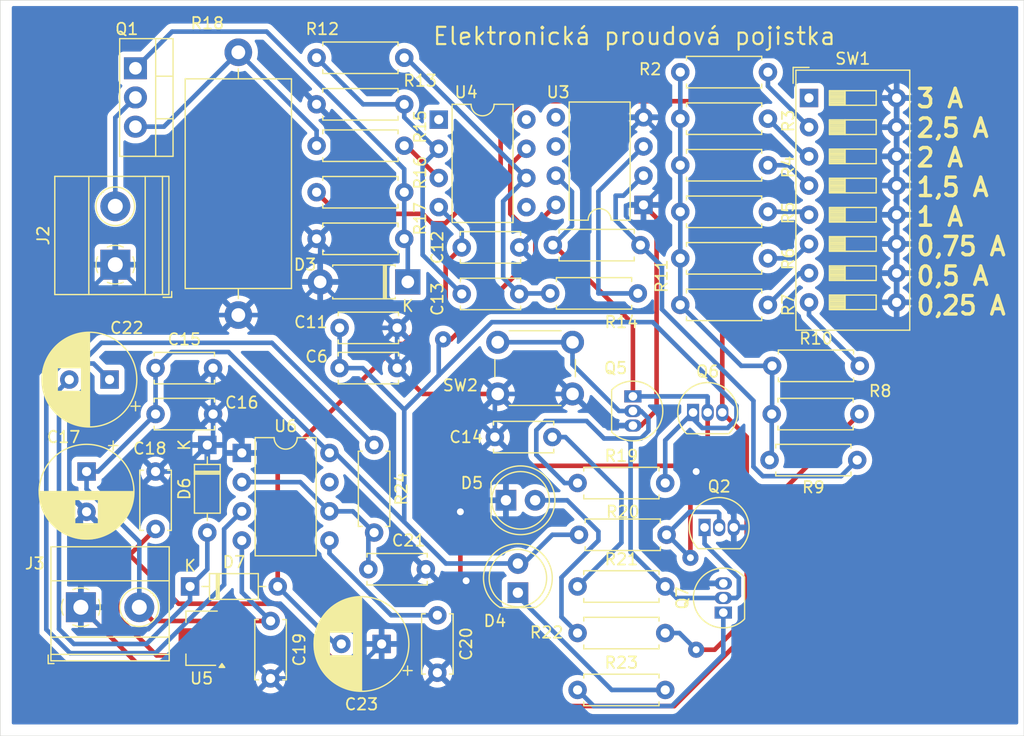
<source format=kicad_pcb>
(kicad_pcb (version 20240108) (generator "pcbnew") (generator_version "8.0")
  (layers (0 "F.Cu" signal) (31 "B.Cu" signal) (34 "B.Paste" user) (35 "F.Paste" user) (36 "B.SilkS" user "B.Silkscreen") (37 "F.SilkS" user "F.Silkscreen") (38 "B.Mask" user) (39 "F.Mask" user) (44 "Edge.Cuts" user))
  (net 0 "")
  (net 1 "GND")
  (net 2 "+12V")
  (net 3 "-10V")
  (net 4 "Net-(U4--)")
  (net 5 "Net-(C13-Pad2)")
  (net 6 "Net-(C14-Pad1)")
  (net 7 "+5V")
  (net 8 "Net-(U6-CV)")
  (net 9 "Net-(U6-THR)")
  (net 10 "Net-(D6-A)")
  (net 11 "Net-(U6-Q)")
  (net 12 "Net-(D3-K)")
  (net 13 "Net-(D4-K)")
  (net 14 "Net-(D5-A)")
  (net 15 "Net-(J2-Pin_2)")
  (net 16 "Net-(Q1-S)")
  (net 17 "Net-(Q2-G)")
  (net 18 "Net-(Q2-D)")
  (net 19 "Net-(Q6-S)")
  (net 20 "Net-(Q7-D)")
  (net 21 "Net-(R2-Pad2)")
  (net 22 "Net-(R10-Pad1)")
  (net 23 "Net-(R3-Pad2)")
  (net 24 "Net-(R4-Pad2)")
  (net 25 "Net-(R5-Pad2)")
  (net 26 "Net-(R6-Pad2)")
  (net 27 "Net-(R7-Pad2)")
  (net 28 "Net-(U3-+)")
  (net 29 "Net-(R10-Pad2)")
  (net 30 "Net-(U3--)")
  (net 31 "Net-(U4-+)")
  (footprint "Resistor_THT:R_Axial_DIN0918_L18.0mm_D9.0mm_P22.86mm_Horizontal" (layer "F.Cu") (at 145.695 113.385 90)
    (property "Reference" "R18")
    (property "Value" "0,1/3 W")
  )
  (footprint "Capacitor_THT:C_Disc_D5.0mm_W2.5mm_P5.00mm" (layer "F.Cu") (at 154.5 114.5)
    (property "Reference" "C11")
    (property "Value" "100n")
  )
  (footprint "Capacitor_THT:CP_Radial_D8.0mm_P3.50mm" (layer "F.Cu") (at 134.5 119 180)
    (property "Reference" "C22")
    (property "Value" "220u/25")
  )
  (footprint "Package_DIP:DIP-8_W7.62mm" (layer "F.Cu") (at 180.92 103.8 180)
    (property "Reference" "U3")
    (property "Value" "LM311")
  )
  (footprint "Resistor_THT:R_Axial_DIN0207_L6.3mm_D2.5mm_P7.62mm_Horizontal" (layer "F.Cu") (at 184.12 96.3)
    (property "Reference" "R3")
    (property "Value" "2k")
  )
  (footprint "Diode_THT:D_DO-41_SOD81_P7.62mm_Horizontal" (layer "F.Cu") (at 160.43 110.5 180)
    (property "Reference" "D3")
    (property "Value" "ZD15V/0,5 W")
  )
  (footprint "Capacitor_THT:C_Disc_D5.0mm_W2.5mm_P5.00mm" (layer "F.Cu") (at 138.5 122)
    (property "Reference" "C16")
    (property "Value" "100n")
  )
  (footprint "TerminalBlock_Phoenix:TerminalBlock_Phoenix_MKDS-1,5-2-5.08_1x02_P5.08mm_Horizontal" (layer "F.Cu") (at 135 109 90)
    (property "Reference" "J2")
    (property "Value" "Pojistka")
  )
  (footprint "Resistor_THT:R_Axial_DIN0207_L6.3mm_D2.5mm_P7.62mm_Horizontal" (layer "F.Cu") (at 199.69 122 180)
    (property "Reference" "R8")
    (property "Value" "1k")
  )
  (footprint "Resistor_THT:R_Axial_DIN0207_L6.3mm_D2.5mm_P7.62mm_Horizontal" (layer "F.Cu") (at 184.12 92.25)
    (property "Reference" "R2")
    (property "Value" "5k1")
  )
  (footprint "Package_TO_SOT_SMD:SOT-89-3" (layer "F.Cu") (at 142.5 141.5 180)
    (property "Reference" "U5")
    (property "Value" "L78L05_SOT89")
  )
  (footprint "Capacitor_THT:C_Disc_D5.0mm_W2.5mm_P5.00mm" (layer "F.Cu") (at 154.5 118)
    (property "Reference" "C6")
    (property "Value" "100n")
  )
  (footprint "Capacitor_THT:C_Disc_D5.0mm_W2.5mm_P5.00mm" (layer "F.Cu") (at 148.5 140 -90)
    (property "Reference" "C19")
    (property "Value" "100n")
  )
  (footprint "Package_TO_SOT_THT:TO-92_Inline" (layer "F.Cu") (at 185.23 121.86)
    (property "Reference" "Q6")
    (property "Value" "BS170")
  )
  (footprint "Capacitor_THT:C_Disc_D5.0mm_W2.5mm_P5.00mm" (layer "F.Cu") (at 157 135.5)
    (property "Reference" "C21")
    (property "Value" "100n")
  )
  (footprint "Resistor_THT:R_Axial_DIN0207_L6.3mm_D2.5mm_P7.62mm_Horizontal" (layer "F.Cu") (at 152.5 106.75)
    (property "Reference" "R17")
    (property "Value" "10k")
  )
  (footprint "Capacitor_THT:C_Disc_D5.0mm_W2.5mm_P5.00mm" (layer "F.Cu") (at 163 139.5 -90)
    (property "Reference" "C20")
    (property "Value" "100n")
  )
  (footprint "Capacitor_THT:C_Disc_D5.0mm_W2.5mm_P5.00mm" (layer "F.Cu") (at 138.5 132 90)
    (property "Reference" "C18")
    (property "Value" "100n")
  )
  (footprint "Resistor_THT:R_Axial_DIN0207_L6.3mm_D2.5mm_P7.62mm_Horizontal" (layer "F.Cu") (at 175.19 141.05)
    (property "Reference" "R22")
    (property "Value" "1k")
  )
  (footprint "Resistor_THT:R_Axial_DIN0207_L6.3mm_D2.5mm_P7.62mm_Horizontal" (layer "F.Cu") (at 184.12 112.5)
    (property "Reference" "R7")
    (property "Value" "200")
  )
  (footprint "Capacitor_THT:C_Disc_D5.0mm_W2.5mm_P5.00mm" (layer "F.Cu") (at 165.12 107.5)
    (property "Reference" "C12")
    (property "Value" "100n")
  )
  (footprint "Button_Switch_THT:SW_PUSH_6mm" (layer "F.Cu") (at 174.75 120.25 180)
    (property "Reference" "SW2")
    (property "Value" "SW_Push")
  )
  (footprint "Resistor_THT:R_Axial_DIN0207_L6.3mm_D2.5mm_P7.62mm_Horizontal" (layer "F.Cu") (at 184.12 104.4)
    (property "Reference" "R5")
    (property "Value" "510")
  )
  (footprint "Resistor_THT:R_Axial_DIN0207_L6.3mm_D2.5mm_P7.62mm_Horizontal" (layer "F.Cu") (at 157.5 124.69 -90)
    (property "Reference" "R24")
    (property "Value" "1k")
  )
  (footprint "Capacitor_THT:CP_Radial_D8.0mm_P3.50mm" (layer "F.Cu") (at 158.152651 142 180)
    (property "Reference" "C23")
    (property "Value" "220u/25")
  )
  (footprint "Diode_THT:D_DO-35_SOD27_P7.62mm_Horizontal" (layer "F.Cu") (at 141.5 137)
    (property "Reference" "D7")
    (property "Value" "1N4148")
  )
  (footprint "Resistor_THT:R_Axial_DIN0207_L6.3mm_D2.5mm_P7.62mm_Horizontal" (layer "F.Cu") (at 175.19 146)
    (property "Reference" "R23")
    (property "Value" "1k")
  )
  (footprint "Resistor_THT:R_Axial_DIN0207_L6.3mm_D2.5mm_P7.62mm_Horizontal" (layer "F.Cu") (at 152.5 95.05)
    (property "Reference" "R13")
    (property "Value" "1k")
  )
  (footprint "Resistor_THT:R_Axial_DIN0207_L6.3mm_D2.5mm_P7.62mm_Horizontal" (layer "F.Cu") (at 184.12 108.45)
    (property "Reference" "R6")
    (property "Value" "330")
  )
  (footprint "Resistor_THT:R_Axial_DIN0207_L6.3mm_D2.5mm_P7.62mm_Horizontal" (layer "F.Cu") (at 152.5 98.65)
    (property "Reference" "R15")
    (property "Value" "1k")
  )
  (footprint "Button_Switch_THT:SW_DIP_SPSTx08_Slide_9.78x22.5mm_W7.62mm_P2.54mm" (layer "F.Cu") (at 195.31 94.5)
    (property "Reference" "SW1")
    (property "Value" "ROZSAH")
  )
  (footprint "LED_THT:LED_D5.0mm" (layer "F.Cu") (at 168.96 129.5)
    (property "Reference" "D5")
    (property "Value" "LEDG")
  )
  (footprint "Package_TO_SOT_THT:TO-220-3_Vertical" (layer "F.Cu") (at 136.75 91.915 -90)
    (property "Reference" "Q1")
    (property "Value" "Q_NMOS_GDS")
  )
  (footprint "Package_DIP:DIP-8_W7.62mm" (layer "F.Cu") (at 163.12 96.38)
    (property "Reference" "U4")
    (property "Value" "OP07")
  )
  (footprint "TerminalBlock_Phoenix:TerminalBlock_Phoenix_MKDS-1,5-2-5.08_1x02_P5.08mm_Horizontal" (layer "F.Cu") (at 132.005 138.805)
    (property "Reference" "J3")
    (property "Value" "Napájení +12V")
  )
  (footprint "Diode_THT:D_DO-35_SOD27_P7.62mm_Horizontal" (layer "F.Cu") (at 143 124.69 -90)
    (property "Reference" "D6")
    (property "Value" "1N4148")
  )
  (footprint "Package_DIP:DIP-8_W7.62mm" (layer "F.Cu") (at 146 125.38)
    (property "Reference" "U6")
    (property "Value" "NE555P")
  )
  (footprint "Capacitor_THT:C_Disc_D5.0mm_W2.5mm_P5.00mm" (layer "F.Cu") (at 138.5 118)
    (property "Reference" "C15")
    (property "Value" "100n")
  )
  (footprint "Resistor_THT:R_Axial_DIN0207_L6.3mm_D2.5mm_P7.62mm_Horizontal" (layer "F.Cu") (at 175.19 137)
    (property "Reference" "R21")
    (property "Value" "200")
  )
  (footprint "Package_TO_SOT_THT:TO-92_Inline" (layer "F.Cu") (at 180 120.46 -90)
    (property "Reference" "Q5")
    (property "Value" "BS170")
  )
  (footprint "LED_THT:LED_D5.0mm" (layer "F.Cu") (at 170 137.54 90)
    (property "Reference" "D4")
    (property "Value" "LEDR")
  )
  (footprint "Package_TO_SOT_THT:TO-92_Inline" (layer "F.Cu") (at 186.23 131.86)
    (property "Reference" "Q2")
    (property "Value" "BS170")
  )
  (footprint "Resistor_THT:R_Axial_DIN0207_L6.3mm_D2.5mm_P7.62mm_Horizontal" (layer "F.Cu") (at 192.105 117.805)
    (property "Reference" "R10")
    (property "Value" "100")
  )
  (footprint "Resistor_THT:R_Axial_DIN0207_L6.3mm_D2.5mm_P7.62mm_Horizontal" (layer "F.Cu") (at 184.12 100.35)
    (property "Reference" "R4")
    (property "Value" "1k")
  )
  (footprint "Resistor_THT:R_Axial_DIN0207_L6.3mm_D2.5mm_P7.62mm_Horizontal" (layer "F.Cu") (at 199.5 126 180)
    (property "Reference" "R9")
    (property "Value" "1k")
  )
  (footprint "Resistor_THT:R_Axial_DIN0207_L6.3mm_D2.5mm_P7.62mm_Horizontal" (layer "F.Cu") (at 172.81 111.5)
    (property "Reference" "R14")
    (property "Value" "1k")
  )
  (footprint "Capacitor_THT:C_Disc_D5.0mm_W2.5mm_P5.00mm" (layer "F.Cu") (at 165.12 111.55)
    (property "Reference" "C13")
    (property "Value" "1u")
  )
  (footprint "Resistor_THT:R_Axial_DIN0207_L6.3mm_D2.5mm_P7.62mm_Horizontal" (layer "F.Cu") (at 152.5 102.7)
    (property "Reference" "R16")
    (property "Value" "100")
  )
  (footprint "Resistor_THT:R_Axial_DIN0207_L6.3mm_D2.5mm_P7.62mm_Horizontal" (layer "F.Cu") (at 152.5 91)
    (property "Reference" "R12")
    (property "Value" "15k")
  )
  (footprint "Capacitor_THT:C_Disc_D5.0mm_W2.5mm_P5.00mm" (layer "F.Cu") (at 173 124 180)
    (property "Reference" "C14")
    (property "Value" "1u")
  )
  (footprint "Resistor_THT:R_Axial_DIN0207_L6.3mm_D2.5mm_P7.62mm_Horizontal" (layer "F.Cu") (at 182.93 132.5 180)
    (property "Reference" "R20")
    (property "Value" "10k")
  )
  (footprint "Resistor_THT:R_Axial_DIN0207_L6.3mm_D2.5mm_P7.62mm_Horizontal" (layer "F.Cu") (at 175.19 128)
    (property "Reference" "R19")
    (property "Value" "10k")
  )
  (footprint "Package_TO_SOT_THT:TO-92_Inline" (layer "F.Cu") (at 187.86 139.27 90)
    (property "Reference" "Q7")
    (property "Value" "BS170")
  )
  (footprint "Capacitor_THT:CP_Radial_D8.0mm_P3.50mm" (layer "F.Cu") (at 132.5 127 -90)
    (property "Reference" "C17")
    (property "Value" "220u/25")
  )
  (footprint "Resistor_THT:R_Axial_DIN0207_L6.3mm_D2.5mm_P7.62mm_Horizontal" (layer "F.Cu") (at 173.04 107.3)
    (property "Reference" "R11")
    (property "Value" "270k")
  )
  (gr_rect (start 125 86) (end 214 150) (stroke (width 0.05)) (fill none) (layer "Edge.Cuts"))
  (gr_text "Elektronická proudová pojistka" (at 162.5 90 0) (layer "F.SilkS") (effects (font (size 1.5 1.5) (thickness 0.1875)) (justify left bottom)))
  (gr_text "3 A\n2,5 A\n2 A\n1,5 A\n1 A\n0,75 A\n0,5 A\n0,25 A" (at 204.5 113.5 0) (layer "F.SilkS") (effects (font (size 1.6 1.55) (thickness 0.3) (bold yes)) (justify left bottom)))
  (segment (start 162 131) (end 163.5 132.5) (width 0.4) (layer "F.Cu") (net 1))
  (segment (start 165 130.5) (end 165 132.5) (width 0.4) (layer "F.Cu") (net 1))
  (segment (start 182.06 121.64) (end 180.7 123) (width 0.4) (layer "F.Cu") (net 1))
  (segment (start 144.3625 141.5) (end 145 141.5) (width 0.4) (layer "F.Cu") (net 1))
  (segment (start 180.7 123) (end 180 123) (width 0.4) (layer "F.Cu") (net 1))
  (segment (start 168.25 120.25) (end 161.75 120.25) (width 0.4) (layer "F.Cu") (net 1))
  (segment (start 185 126.5) (end 164.5 126.5) (width 0.4) (layer "F.Cu") (net 1))
  (segment (start 145.105 141.5) (end 145.7 142.095) (width 0.4) (layer "F.Cu") (net 1))
  (segment (start 180.92 103.8) (end 182.06 104.94) (width 0.4) (layer "F.Cu") (net 1))
  (segment (start 145.7 143.57296) (end 144.77296 144.5) (width 0.4) (layer "F.Cu") (net 1))
  (segment (start 161.75 120.25) (end 159.5 118) (width 0.4) (layer "F.Cu") (net 1))
  (segment (start 165 136) (end 165.5 136.5) (width 0.4) (layer "F.Cu") (net 1))
  (segment (start 144.77296 144.5) (end 137.7 144.5) (width 0.4) (layer "F.Cu") (net 1))
  (segment (start 145 141.5) (end 148.5 145) (width 0.4) (layer "F.Cu") (net 1))
  (segment (start 165 132.5) (end 165 136) (width 0.4) (layer "F.Cu") (net 1))
  (segment (start 182.06 104.94) (end 182.06 121.64) (width 0.4) (layer "F.Cu") (net 1))
  (segment (start 137.7 144.5) (end 132.005 138.805) (width 0.4) (layer "F.Cu") (net 1))
  (segment (start 145.7 142.095) (end 145.7 143.57296) (width 0.4) (layer "F.Cu") (net 1))
  (segment (start 164.5 126.5) (end 162 129) (width 0.4) (layer "F.Cu") (net 1))
  (segment (start 185.5 127) (end 185 126.5) (width 0.4) (layer "F.Cu") (net 1))
  (segment (start 162 129) (end 162 131) (width 0.4) (layer "F.Cu") (net 1))
  (segment (start 144.3625 141.5) (end 145.105 141.5) (width 0.4) (layer "F.Cu") (net 1))
  (segment (start 163.5 132.5) (end 165 132.5) (width 0.4) (layer "F.Cu") (net 1))
  (via (at 185.5 127) (size 1.4) (drill 0.6) (layers "F.Cu" "B.Cu") (net 1))
  (via (at 165.5 136.5) (size 1.4) (drill 0.6) (layers "F.Cu" "B.Cu") (net 1))
  (via (at 165 130.5) (size 1.4) (drill 0.6) (layers "F.Cu" "B.Cu") (net 1))
  (segment (start 164.4 143.1) (end 163 144.5) (width 0.4) (layer "B.Cu") (net 1))
  (segment (start 165.5 136.8) (end 164.4 137.9) (width 0.4) (layer "B.Cu") (net 1))
  (segment (start 146 124.5) (end 143.5 122) (width 0.4) (layer "B.Cu") (net 1))
  (segment (start 166 129.5) (end 165 130.5) (width 0.4) (layer "B.Cu") (net 1))
  (segment (start 152.81 107.06) (end 152.5 106.75) (width 0.4) (layer "B.Cu") (net 1))
  (segment (start 132.005 130.995) (end 132.5 130.5) (width 0.4) (layer "B.Cu") (net 1))
  (segment (start 187.71 129.71) (end 188.77 130.77) (width 0.4) (layer "B.Cu") (net 1))
  (segment (start 151.5 147.5) (end 152 147) (width 0.4) (layer "B.Cu") (net 1))
  (segment (start 182.32 97.58) (end 180.92 96.18) (width 0.4) (layer "B.Cu") (net 1))
  (segment (start 153.9 96.45) (end 152.5 95.05) (width 0.4) (layer "B.Cu") (net 1))
  (segment (start 156.81 114.5) (end 152.81 110.5) (width 0.4) (layer "B.Cu") (net 1))
  (segment (start 152.5 145) (end 155.152651 145) (width 0.4) (layer "B.Cu") (net 1))
  (segment (start 137.872006 140.705) (end 133.905 140.705) (width 0.4) (layer "B.Cu") (net 1))
  (segment (start 159.5 114.5) (end 159.5 118) (width 0.4) (layer "B.Cu") (net 1))
  (segment (start 152.81 110.5) (end 152.81 107.06) (width 0.4) (layer "B.Cu") (net 1))
  (segment (start 148.5 145) (end 152.5 145) (width 0.4) (layer "B.Cu") (net 1))
  (segment (start 168 124) (end 168 120.5) (width 0.4) (layer "B.Cu") (net 1))
  (segment (start 139.385 113.385) (end 135 109) (width 0.4) (layer "B.Cu") (net 1))
  (segment (start 143.5 118) (end 143.5 122) (width 0.4) (layer "B.Cu") (net 1))
  (segment (start 199.28 90.85) (end 202.93 94.5) (width 0.4) (layer "B.Cu") (net 1))
  (segment (start 168.25 120.25) (end 174.75 120.25) (width 0.4) (layer "B.Cu") (net 1))
  (segment (start 168.96 129.5) (end 168.96 124.96) (width 0.4) (layer "B.Cu") (net 1))
  (segment (start 165.5 136.5) (end 165.5 136.8) (width 0.4) (layer "B.Cu") (net 1))
  (segment (start 133.905 140.705) (end 132.005 138.805) (width 0.4) (layer "B.Cu") (net 1))
  (segment (start 187.86 136.73) (end 185.180101 136.73) (width 0.4) (layer "B.Cu") (net 1))
  (segment (start 176.2 106.119899) (end 176.2 100.9) (width 0.4) (layer "B.Cu") (net 1))
  (segment (start 152.5 106.75) (end 153.9 105.35) (width 0.4) (layer "B.Cu") (net 1))
  (segment (start 138.5 127) (end 140.69 127) (width 0.4) (layer "B.Cu") (net 1))
  (segment (start 145.695 113.385) (end 139.385 113.385) (width 0.4) (layer "B.Cu") (net 1))
  (segment (start 181.53 133.079899) (end 181.53 131.920101) (width 0.4) (layer "B.Cu") (net 1))
  (segment (start 135 109) (end 128.2 115.8) (width 0.4) (layer "B.Cu") (net 1))
  (segment (start 202.93 94.5) (end 202.93 112.28) (width 0.4) (layer "B.Cu") (net 1))
  (segment (start 188.77 130.77) (end 188.77 131.86) (width 0.4) (layer "B.Cu") (net 1))
  (segment (start 145.695 113.385) (end 149.925 113.385) (width 0.4) (layer "B.Cu") (net 1))
  (segment (start 153.9 105.35) (end 153.9 96.45) (width 0.4) (layer "B.Cu") (net 1))
  (segment (start 181.53 131.920101) (end 183.740101 129.71) (width 0.4) (layer "B.Cu") (net 1))
  (segment (start 185.180101 136.73) (end 181.53 133.079899) (width 0.4) (layer "B.Cu") (net 1))
  (segment (start 149.925 113.385) (end 152.81 110.5) (width 0.4) (layer "B.Cu") (net 1))
  (segment (start 174.75 120.25) (end 177.5 123) (width 0.4) (layer "B.Cu") (net 1))
  (segment (start 183.540101 90.85) (end 199.28 90.85) (width 0.4) (layer "B.Cu") (net 1))
  (segment (start 128.2 115.8) (end 128.2 142) (width 0.4) (layer "B.Cu") (net 1))
  (segment (start 180.92 93.470101) (end 183.540101 90.85) (width 0.4) (layer "B.Cu") (net 1))
  (segment (start 164.4 137.9) (end 164.4 143.1) (width 0.4) (layer "B.Cu") (net 1))
  (segment (start 138.5 127) (end 139.9 128.4) (width 0.4) (layer "B.Cu") (net 1))
  (segment (start 180.92 103.8) (end 182.32 102.4) (width 0.4) (layer "B.Cu") (net 1))
  (segment (start 173.619899 108.7) (end 176.2 106.119899) (width 0.4) (layer "B.Cu") (net 1))
  (segment (start 152 147) (end 152 145.5) (width 0.4) (layer "B.Cu") (net 1))
  (segment (start 152 145.5) (end 152.5 145) (width 0.4) (layer "B.Cu") (net 1))
  (segment (start 128.2 142) (end 133.7 147.5) (width 0.4) (layer "B.Cu") (net 1))
  (segment (start 183.740101 129.71) (end 185.5 129.71) (width 0.4) (layer "B.Cu") (net 1))
  (segment (start 143.5 122) (end 143.5 124.19) (width 0.4) (layer "B.Cu") (net 1))
  (segment (start 158.152651 142) (end 160.5 142) (width 0.4) (layer "B.Cu") (net 1))
  (segment (start 143.5 124.19) (end 143 124.69) (width 0.4) (layer "B.Cu") (net 1))
  (segment (start 168.96 129.5) (end 166 129.5) (width 0.4) (layer "B.Cu") (net 1))
  (segment (start 140.69 127) (end 143 124.69) (width 0.4) (layer "B.Cu") (net 1))
  (segment (start 162 135.5) (end 164.4 137.9) (width 0.4) (layer "B.Cu") (net 1))
  (segment (start 185.5 129.71) (end 185.5 127) (width 0.4) (layer "B.Cu") (net 1))
  (segment (start 155.152651 145) (end 158.152651 142) (width 0.4) (layer "B.Cu") (net 1))
  (segment (start 176.2 100.9) (end 180.92 96.18) (width 0.4) (layer "B.Cu") (net 1))
  (segment (start 182.32 102.4) (end 182.32 97.58) (width 0.4) (layer "B.Cu") (net 1))
  (segment (start 168.96 124.96) (end 168 124) (width 0.4) (layer "B.Cu") (net 1))
  (segment (start 139.9 138.677006) (end 137.872006 140.705) (width 0.4) (layer "B.Cu") (net 1))
  (segment (start 133.7 147.5) (end 151.5 147.5) (width 0.4) (layer "B.Cu") (net 1))
  (segment (start 171.32 108.7) (end 173.619899 108.7) (width 0.4) (layer "B.Cu") (net 1))
  (segment (start 177.5 123) (end 180 123) (width 0.4) (layer "B.Cu") (net 1))
  (segment (start 160.5 142) (end 163 144.5) (width 0.4) (layer "B.Cu") (net 1))
  (segment (start 132.005 138.805) (end 132.005 130.995) (width 0.4) (layer "B.Cu") (net 1))
  (segment (start 168 120.5) (end 168.25 120.25) (width 0.4) (layer "B.Cu") (net 1))
  (segment (start 180.92 96.18) (end 180.92 93.470101) (width 0.4) (layer "B.Cu") (net 1))
  (segment (start 139.9 128.4) (end 139.9 138.677006) (width 0.4) (layer "B.Cu") (net 1))
  (segment (start 159.5 114.5) (end 156.81 114.5) (width 0.4) (layer "B.Cu") (net 1))
  (segment (start 170.12 107.5) (end 171.32 108.7) (width 0.4) (layer "B.Cu") (net 1))
  (segment (start 185.5 129.71) (end 187.71 129.71) (width 0.4) (layer "B.Cu") (net 1))
  (segment (start 146 125.38) (end 146 124.5) (width 0.4) (layer "B.Cu") (net 1))
  (segment (start 170.260101 105.5) (end 171.52 106.759899) (width 0.4) (layer "F.Cu") (net 2))
  (segment (start 170.260101 105.5) (end 171.6 105.5) (width 0.4) (layer "F.Cu") (net 2))
  (segment (start 138.28 140) (end 137.085 138.805) (width 0.4) (layer "F.Cu") (net 2))
  (segment (start 144.45 140) (end 138.28 140) (width 0.4) (layer "F.Cu") (net 2))
  (segment (start 169.34 104.579899) (end 170.260101 105.5) (width 0.4) (layer "F.Cu") (net 2))
  (segment (start 171.52 106.759899) (end 171.52 108.170101) (width 0.4) (layer "F.Cu") (net 2))
  (segment (start 169.34 100.32) (end 169.34 104.579899) (width 0.4) (layer "F.Cu") (net 2))
  (segment (start 171.6 105.5) (end 173.3 103.8) (width 0.4) (layer "F.Cu") (net 2))
  (segment (start 170.74 98.92) (end 169.34 100.32) (width 0.4) (layer "F.Cu") (net 2))
  (segment (start 144.45 140) (end 148.5 140) (width 0.4) (layer "F.Cu") (net 2))
  (segment (start 171.52 108.170101) (end 164.190101 115.5) (width 0.4) (layer "F.Cu") (net 2))
  (segment (start 164.190101 115.5) (end 163.5 115.5) (width 0.4) (layer "F.Cu") (net 2))
  (via (at 163.5 115.5) (size 1.4) (drill 0.6) (layers "F.Cu" "B.Cu") (net 2))
  (segment (start 189 122.44599) (end 189 121.27401) (width 0.4) (layer "B.Cu") (net 2))
  (segment (start 185.23 121.86) (end 185.23 122.40599) (width 0.4) (layer "B.Cu") (net 2))
  (segment (start 139.9 116.6) (end 138.5 118) (width 0.4) (layer "B.Cu") (net 2))
  (segment (start 154.5 118) (end 154.5 114.5) (width 0.4) (layer "B.Cu") (net 2))
  (segment (start 154.12 125.38) (end 160.12 131.38) (width 0.4) (layer "B.Cu") (net 2))
  (segment (start 156.502742 118) (end 160.12 121.617258) (width 0.4) (layer "B.Cu") (net 2))
  (segment (start 160.12 131.38) (end 163.74 135) (width 0.4) (layer "B.Cu") (net 2))
  (segment (start 137.085 138.805) (end 137.085 133.105101) (width 0.4) (layer "B.Cu") (net 2))
  (segment (start 189 121.27401) (end 181.72599 114) (width 0.4) (layer "B.Cu") (net 2))
  (segment (start 146 137.5) (end 146 133) (width 0.4) (layer "B.Cu") (net 2))
  (segment (start 182.81 128) (end 182.81 124.28) (width 0.4) (layer "B.Cu") (net 2))
  (segment (start 148.5 140) (end 146 137.5) (width 0.4) (layer "B.Cu") (net 2))
  (segment (start 163.74 135) (end 170 135) (width 0.4) (layer "B.Cu") (net 2))
  (segment (start 181.72599 114) (end 167.737258 114) (width 0.4) (layer "B.Cu") (net 2))
  (segment (start 163.118629 115.881371) (end 163.118629 118.618629) (width 0.4) (layer "B.Cu") (net 2))
  (segment (start 137.085 133.105101) (end 132.5 128.520101) (width 0.4) (layer "B.Cu") (net 2))
  (segment (start 163.118629 118.618629) (end 160.12 121.617258) (width 0.4) (layer "B.Cu") (net 2))
  (segment (start 170.5 135) (end 173 132.5) (width 0.4) (layer "B.Cu") (net 2))
  (segment (start 138.5 122) (end 138.5 118) (width 0.4) (layer "B.Cu") (net 2))
  (segment (start 133.5 127) (end 138.5 122) (width 0.4) (layer "B.Cu") (net 2))
  (segment (start 170 135) (end 170.5 135) (width 0.4) (layer "B.Cu") (net 2))
  (segment (start 153.62 125.38) (end 154.12 125.38) (width 0.4) (layer "B.Cu") (net 2))
  (segment (start 182.81 124.28) (end 185.23 121.86) (width 0.4) (layer "B.Cu") (net 2))
  (segment (start 163.5 115.5) (end 163.118629 115.881371) (width 0.4) (layer "B.Cu") (net 2))
  (segment (start 188.23599 123.21) (end 189 122.44599) (width 0.4) (layer "B.Cu") (net 2))
  (segment (start 185.23 122.40599) (end 186.03401 123.21) (width 0.4) (layer "B.Cu") (net 2))
  (segment (start 160.12 121.617258) (end 160.12 131.38) (width 0.4) (layer "B.Cu") (net 2))
  (segment (start 144.84 116.6) (end 139.9 116.6) (width 0.4) (layer "B.Cu") (net 2))
  (segment (start 173 132.5) (end 175.31 132.5) (width 0.4) (layer "B.Cu") (net 2))
  (segment (start 186.03401 123.21) (end 188.23599 123.21) (width 0.4) (layer "B.Cu") (net 2))
  (segment (start 153.62 125.38) (end 144.84 116.6) (width 0.4) (layer "B.Cu") (net 2))
  (segment (start 167.737258 114) (end 163.118629 118.618629) (width 0.4) (layer "B.Cu") (net 2))
  (segment (start 132.5 127) (end 133.5 127) (width 0.4) (layer "B.Cu") (net 2))
  (segment (start 154.5 118) (end 156.502742 118) (width 0.4) (layer "B.Cu") (net 2))
  (segment (start 132.5 128.520101) (end 132.5 127) (width 0.4) (layer "B.Cu") (net 2))
  (segment (start 165.12 107.5) (end 163.72 108.9) (width 0.4) (layer "F.Cu") (net 3))
  (segment (start 159.6 115.9) (end 149.12 126.38) (width 0.4) (layer "F.Cu") (net 3))
  (segment (start 163.72 108.9) (end 163.72 112.259899) (width 0.4) (layer "F.Cu") (net 3))
  (segment (start 160.079899 115.9) (end 159.6 115.9) (width 0.4) (layer "F.Cu") (net 3))
  (segment (start 163.72 112.259899) (end 160.079899 115.9) (width 0.4) (layer "F.Cu") (net 3))
  (segment (start 149.12 126.38) (end 149.12 137) (width 0.4) (layer "F.Cu") (net 3))
  (segment (start 165.12 106) (end 163.12 104) (width 0.4) (layer "B.Cu") (net 3))
  (segment (start 149.12 137) (end 154.12 142) (width 0.4) (layer "B.Cu") (net 3))
  (segment (start 154.12 142) (end 154.652651 142) (width 0.4) (layer "B.Cu") (net 3))
  (segment (start 165.12 107.5) (end 165.12 106) (width 0.4) (layer "B.Cu") (net 3))
  (segment (start 165.12 111.55) (end 161.72 108.15) (width 0.4) (layer "B.Cu") (net 4))
  (segment (start 161.72 100.32) (end 163.12 98.92) (width 0.4) (layer "B.Cu") (net 4))
  (segment (start 161.72 108.15) (end 161.72 100.32) (width 0.4) (layer "B.Cu") (net 4))
  (segment (start 160.12 96.18) (end 160.12 95.05) (width 0.4) (layer "B.Cu") (net 4))
  (segment (start 163.12 98.92) (end 162.86 98.92) (width 0.4) (layer "B.Cu") (net 4))
  (segment (start 162.86 98.92) (end 160.12 96.18) (width 0.4) (layer "B.Cu") (net 4))
  (segment (start 160.12 95.05) (end 156.55 95.05) (width 0.4) (layer "B.Cu") (net 4))
  (segment (start 156.55 95.05) (end 152.5 91) (width 0.4) (layer "B.Cu") (net 4))
  (segment (start 168.72 103.48) (end 170.74 101.46) (width 0.4) (layer "B.Cu") (net 5))
  (segment (start 170.17 111.5) (end 170.12 111.55) (width 0.4) (layer "B.Cu") (net 5))
  (segment (start 160.28 91) (end 160.12 91) (width 0.4) (layer "B.Cu") (net 5))
  (segment (start 170.12 111.55) (end 168.72 110.15) (width 0.4) (layer "B.Cu") (net 5))
  (segment (start 168.72 110.15) (end 168.72 103.48) (width 0.4) (layer "B.Cu") (net 5))
  (segment (start 172.81 111.5) (end 170.17 111.5) (width 0.4) (layer "B.Cu") (net 5))
  (segment (start 170.74 101.46) (end 160.28 91) (width 0.4) (layer "B.Cu") (net 5))
  (segment (start 179 128.86863) (end 174.13137 124) (width 0.4) (layer "B.Cu") (net 6))
  (segment (start 179 133.19) (end 179 128.86863) (width 0.4) (layer "B.Cu") (net 6))
  (segment (start 174.13137 124) (end 173 124) (width 0.4) (layer "B.Cu") (net 6))
  (segment (start 175.19 137) (end 179 133.19) (width 0.4) (layer "B.Cu") (net 6))
  (segment (start 144.45 143) (end 138.592994 143) (width 0.4) (layer "F.Cu") (net 7))
  (segment (start 140.5 138.5) (end 136.25 134.25) (width 0.4) (layer "F.Cu") (net 7))
  (segment (start 190.695 140.305) (end 183.6 147.4) (width 0.4) (layer "F.Cu") (net 7))
  (segment (start 183.6 147.4) (end 158 147.4) (width 0.4) (layer "F.Cu") (net 7))
  (segment (start 135.185 135.315) (end 136.25 134.25) (width 0.4) (layer "F.Cu") (net 7))
  (segment (start 199.69 122) (end 190.695 130.995) (width 0.4) (layer "F.Cu") (net 7))
  (segment (start 190.695 130.995) (end 190.695 140.305) (width 0.4) (layer "F.Cu") (net 7))
  (segment (start 138.592994 143) (end 135.185 139.592006) (width 0.4) (layer "F.Cu") (net 7))
  (segment (start 158 147.4) (end 149.1 138.5) (width 0.4) (layer "F.Cu") (net 7))
  (segment (start 135.185 139.592006) (end 135.185 135.315) (width 0.4) (layer "F.Cu") (net 7))
  (segment (start 136.25 134.25) (end 138.5 132) (width 0.4) (layer "F.Cu") (net 7))
  (segment (start 149.1 138.5) (end 140.5 138.5) (width 0.4) (layer "F.Cu") (net 7))
  (segment (start 153.62 133) (end 153.62 134.13137) (width 0.4) (layer "B.Cu") (net 8))
  (segment (start 153.62 134.13137) (end 158.98863 139.5) (width 0.4) (layer "B.Cu") (net 8))
  (segment (start 158.98863 139.5) (end 163 139.5) (width 0.4) (layer "B.Cu") (net 8))
  (segment (start 157 132.81) (end 157.5 132.31) (width 0.4) (layer "B.Cu") (net 9))
  (segment (start 157 135.5) (end 157 132.81) (width 0.4) (layer "B.Cu") (net 9))
  (segment (start 146 127.92) (end 151.08 127.92) (width 0.4) (layer "B.Cu") (net 9))
  (segment (start 153.62 130.46) (end 155.65 130.46) (width 0.4) (layer "B.Cu") (net 9))
  (segment (start 151.08 127.92) (end 153.62 130.46) (width 0.4) (layer "B.Cu") (net 9))
  (segment (start 155.65 130.46) (end 157.5 132.31) (width 0.4) (layer "B.Cu") (net 9))
  (segment (start 143 135.5) (end 141.5 137) (width 0.4) (layer "B.Cu") (net 10))
  (segment (start 130.105 140.705) (end 131.4 142) (width 0.4) (layer "B.Cu") (net 10))
  (segment (start 141.5 138.208377) (end 141.5 137) (width 0.4) (layer "B.Cu") (net 10))
  (segment (start 131 119) (end 130.105 119.895) (width 0.4) (layer "B.Cu") (net 10))
  (segment (start 143 132.31) (end 143 135.5) (width 0.4) (layer "B.Cu") (net 10))
  (segment (start 130.105 119.895) (end 130.105 140.705) (width 0.4) (layer "B.Cu") (net 10))
  (segment (start 137.708377 142) (end 141.5 138.208377) (width 0.4) (layer "B.Cu") (net 10))
  (segment (start 131.4 142) (end 137.708377 142) (width 0.4) (layer "B.Cu") (net 10))
  (segment (start 148.61 115.8) (end 133.8 115.8) (width 0.4) (layer "B.Cu") (net 11))
  (segment (start 144.46 132) (end 144.46 136.84) (width 0.4) (layer "B.Cu") (net 11))
  (segment (start 129 119.020101) (end 130.420101 117.6) (width 0.4) (layer "B.Cu") (net 11))
  (segment (start 146 130.46) (end 144.46 132) (width 0.4) (layer "B.Cu") (net 11))
  (segment (start 132 117.6) (end 133.1 117.6) (width 0.4) (layer "B.Cu") (net 11))
  (segment (start 133.8 115.8) (end 132 117.6) (width 0.4) (layer "B.Cu") (net 11))
  (segment (start 130.420101 117.6) (end 132 117.6) (width 0.4) (layer "B.Cu") (net 11))
  (segment (start 131.06863 142.8) (end 129 140.73137) (width 0.4) (layer "B.Cu") (net 11))
  (segment (start 157.5 124.69) (end 148.61 115.8) (width 0.4) (layer "B.Cu") (net 11))
  (segment (start 144.46 136.84) (end 138.5 142.8) (width 0.4) (layer "B.Cu") (net 11))
  (segment (start 133.1 117.6) (end 134.5 119) (width 0.4) (layer "B.Cu") (net 11))
  (segment (start 138.5 142.8) (end 131.06863 142.8) (width 0.4) (layer "B.Cu") (net 11))
  (segment (start 129 140.73137) (end 129 119.020101) (width 0.4) (layer "B.Cu") (net 11))
  (segment (start 139.94 88.725) (end 148.154899 88.725) (width 0.4) (layer "B.Cu") (net 12))
  (segment (start 160.43 110.5) (end 160.43 107.06) (width 0.4) (layer "B.Cu") (net 12))
  (segment (start 160.12 106.75) (end 160.12 102.7) (width 0.4) (layer "B.Cu") (net 12))
  (segment (start 160.12 100.690101) (end 160.12 102.7) (width 0.4) (layer "B.Cu") (net 12))
  (segment (start 160.43 107.06) (end 160.12 106.75) (width 0.4) (layer "B.Cu") (net 12))
  (segment (start 136.75 91.915) (end 139.94 88.725) (width 0.4) (layer "B.Cu") (net 12))
  (segment (start 148.154899 88.725) (end 160.12 100.690101) (width 0.4) (layer "B.Cu") (net 12))
  (segment (start 170 137.839899) (end 170 137.54) (width 0.4) (layer "B.Cu") (net 13))
  (segment (start 182.81 146) (end 178.160101 146) (width 0.4) (layer "B.Cu") (net 13))
  (segment (start 178.160101 146) (end 170 137.839899) (width 0.4) (layer "B.Cu") (net 13))
  (segment (start 177 133) (end 173.79 136.21) (width 0.4) (layer "B.Cu") (net 14))
  (segment (start 177 132.210101) (end 177 133) (width 0.4) (layer "B.Cu") (net 14))
  (segment (start 174.289899 129.5) (end 177 132.210101) (width 0.4) (layer "B.Cu") (net 14))
  (segment (start 171.5 129.5) (end 174.289899 129.5) (width 0.4) (layer "B.Cu") (net 14))
  (segment (start 173.79 139.65) (end 175.19 141.05) (width 0.4) (layer "B.Cu") (net 14))
  (segment (start 173.79 136.21) (end 173.79 139.65) (width 0.4) (layer "B.Cu") (net 14))
  (segment (start 135 103.92) (end 135 96.205) (width 0.4) (layer "B.Cu") (net 15))
  (segment (start 135 96.205) (end 136.75 94.455) (width 0.4) (layer "B.Cu") (net 15))
  (segment (start 139.225 96.995) (end 145.695 90.525) (width 0.4) (layer "B.Cu") (net 16))
  (segment (start 136.75 96.995) (end 139.225 96.995) (width 0.4) (layer "B.Cu") (net 16))
  (segment (start 152.5 97.33) (end 145.695 90.525) (width 0.4) (layer "B.Cu") (net 16))
  (segment (start 152.5 98.65) (end 152.5 97.33) (width 0.4) (layer "B.Cu") (net 16))
  (segment (start 173.04 107.3) (end 173.145 107.3) (width 0.4) (layer "F.Cu") (net 17))
  (segment (start 185 129.6) (end 186.8 127.8) (width 0.4) (layer "F.Cu") (net 17))
  (segment (start 180 114.155) (end 180 120.46) (width 0.4) (layer "F.Cu") (net 17))
  (segment (start 186.5 126.161522) (end 186.5 121.86) (width 0.4) (layer "F.Cu") (net 17))
  (segment (start 186.8 127.8) (end 186.8 126.461522) (width 0.4) (layer "F.Cu") (net 17))
  (segment (start 173.145 107.3) (end 180 114.155) (width 0.4) (layer "F.Cu") (net 17))
  (segment (start 186.8 126.461522) (end 186.5 126.161522) (width 0.4) (layer "F.Cu") (net 17))
  (segment (start 185 134.5) (end 185 129.6) (width 0.4) (layer "F.Cu") (net 17))
  (via (at 185 134.5) (size 1.4) (drill 0.6) (layers "F.Cu" "B.Cu") (net 17))
  (segment (start 186.46 120.46) (end 186.5 120.5) (width 0.4) (layer "B.Cu") (net 17))
  (segment (start 182.93 132.5) (end 184.92 130.51) (width 0.4) (layer "B.Cu") (net 17))
  (segment (start 173.3 101.26) (end 174.7 102.66) (width 0.4) (layer "B.Cu") (net 17))
  (segment (start 187.5 130.655) (end 187.5 131.86) (width 0.4) (layer "B.Cu") (net 17))
  (segment (start 174.7 102.66) (end 174.7 105.64) (width 0.4) (layer "B.Cu") (net 17))
  (segment (start 183 132.5) (end 185 134.5) (width 0.4) (layer "B.Cu") (net 17))
  (segment (start 180 120.46) (end 186.46 120.46) (width 0.4) (layer "B.Cu") (net 17))
  (segment (start 187.355 130.51) (end 187.5 130.655) (width 0.4) (layer "B.Cu") (net 17))
  (segment (start 174.7 105.64) (end 173.04 107.3) (width 0.4) (layer "B.Cu") (net 17))
  (segment (start 182.93 132.5) (end 183 132.5) (width 0.4) (layer "B.Cu") (net 17))
  (segment (start 186.5 120.5) (end 186.5 121.86) (width 0.4) (layer "B.Cu") (net 17))
  (segment (start 184.92 130.51) (end 187.355 130.51) (width 0.4) (layer "B.Cu") (net 17))
  (segment (start 178.795 121.73) (end 180 121.73) (width 0.4) (layer "B.Cu") (net 18))
  (segment (start 180.7 121.73) (end 180 121.73) (width 0.4) (layer "B.Cu") (net 18))
  (segment (start 175.19 128) (end 174.05863 128) (width 0.4) (layer "B.Cu") (net 18))
  (segment (start 187.86 138) (end 183.81 138) (width 0.4) (layer "B.Cu") (net 18))
  (segment (start 183.81 138) (end 182.81 137) (width 0.4) (layer "B.Cu") (net 18))
  (segment (start 189.21 136.26401) (end 189.21 137.8) (width 0.4) (layer "B.Cu") (net 18))
  (segment (start 179.5 124.125) (end 180.69099 124.125) (width 0.4) (layer "B.Cu") (net 18))
  (segment (start 179.8 133.99) (end 179.8 124.425) (width 0.4) (layer "B.Cu") (net 18))
  (segment (start 177.493629 124.125) (end 179.5 124.125) (width 0.4) (layer "B.Cu") (net 18))
  (segment (start 174.05863 128) (end 171.6 125.54137) (width 0.4) (layer "B.Cu") (net 18))
  (segment (start 182.81 137) (end 179.8 133.99) (width 0.4) (layer "B.Cu") (net 18))
  (segment (start 179.8 124.425) (end 179.5 124.125) (width 0.4) (layer "B.Cu") (net 18))
  (segment (start 181.35 122.38) (end 180.7 121.73) (width 0.4) (layer "B.Cu") (net 18))
  (segment (start 174.75 115.75) (end 174.75 117.685) (width 0.4) (layer "B.Cu") (net 18))
  (segment (start 174.75 117.685) (end 178.795 121.73) (width 0.4) (layer "B.Cu") (net 18))
  (segment (start 189.21 137.8) (end 189.01 138) (width 0.4) (layer "B.Cu") (net 18))
  (segment (start 186.23 131.86) (end 186.23 133.28401) (width 0.4) (layer "B.Cu") (net 18))
  (segment (start 171.6 125.54137) (end 171.6 123.4) (width 0.4) (layer "B.Cu") (net 18))
  (segment (start 180.69099 124.125) (end 181.35 123.46599) (width 0.4) (layer "B.Cu") (net 18))
  (segment (start 181.35 123.46599) (end 181.35 122.38) (width 0.4) (layer "B.Cu") (net 18))
  (segment (start 168.25 115.75) (end 174.75 115.75) (width 0.4) (layer "B.Cu") (net 18))
  (segment (start 172.4 122.6) (end 175.968629 122.6) (width 0.4) (layer "B.Cu") (net 18))
  (segment (start 171.6 123.4) (end 172.4 122.6) (width 0.4) (layer "B.Cu") (net 18))
  (segment (start 189.01 138) (end 187.86 138) (width 0.4) (layer "B.Cu") (net 18))
  (segment (start 186.23 133.28401) (end 189.21 136.26401) (width 0.4) (layer "B.Cu") (net 18))
  (segment (start 175.968629 122.6) (end 177.493629 124.125) (width 0.4) (layer "B.Cu") (net 18))
  (segment (start 189.895 139.71) (end 189.895 123.985) (width 0.4) (layer "F.Cu") (net 19))
  (segment (start 168.5 96.640101) (end 170.360101 94.78) (width 0.4) (layer "F.Cu") (net 19))
  (segment (start 187.77 97.77) (end 187.77 121.86) (width 0.4) (layer "F.Cu") (net 19))
  (segment (start 168.5 100.599899) (end 168.5 96.640101) (width 0.4) (layer "F.Cu") (net 19))
  (segment (start 187.105 142.5) (end 189.895 139.71) (width 0.4) (layer "F.Cu") (net 19))
  (segment (start 184.78 94.78) (end 187.77 97.77) (width 0.4) (layer "F.Cu") (net 19))
  (segment (start 189.895 123.985) (end 187.77 121.86) (width 0.4) (layer "F.Cu") (net 19))
  (segment (start 163.699899 105.4) (end 168.5 100.599899) (width 0.4) (layer "F.Cu") (net 19))
  (segment (start 161.72 104.579899) (end 162.540101 105.4) (width 0.4) (layer "F.Cu") (net 19))
  (segment (start 170.360101 94.78) (end 184.78 94.78) (width 0.4) (layer "F.Cu") (net 19))
  (segment (start 162.540101 105.4) (end 163.699899 105.4) (width 0.4) (layer "F.Cu") (net 19))
  (segment (start 154.379899 104.579899) (end 161.72 104.579899) (width 0.4) (layer "F.Cu") (net 19))
  (segment (start 152.5 102.7) (end 154.379899 104.579899) (width 0.4) (layer "F.Cu") (net 19))
  (segment (start 185.5 142.5) (end 187.105 142.5) (width 0.4) (layer "F.Cu") (net 19))
  (via (at 185.5 142.5) (size 1.4) (drill 0.6) (layers "F.Cu" "B.Cu") (net 19))
  (segment (start 182.81 141.05) (end 184.05 141.05) (width 0.4) (layer "B.Cu") (net 19))
  (segment (start 184.05 141.05) (end 185.5 142.5) (width 0.4) (layer "B.Cu") (net 19))
  (segment (start 187.86 139.27) (end 187.86 142.929899) (width 0.4) (layer "B.Cu") (net 20))
  (segment (start 176.59 147.4) (end 175.19 146) (width 0.4) (layer "B.Cu") (net 20))
  (segment (start 183.389899 147.4) (end 176.59 147.4) (width 0.4) (layer "B.Cu") (net 20))
  (segment (start 187.86 142.929899) (end 183.389899 147.4) (width 0.4) (layer "B.Cu") (net 20))
  (segment (start 191.74 93.47) (end 195.31 97.04) (width 0.4) (layer "B.Cu") (net 21))
  (segment (start 191.74 92.25) (end 191.74 93.47) (width 0.4) (layer "B.Cu") (net 21))
  (segment (start 184.12 112.5) (end 184.12 92.25) (width 0.4) (layer "B.Cu") (net 22))
  (segment (start 192.07 122) (end 192.07 125.81) (width 0.4) (layer "B.Cu") (net 22))
  (segment (start 192.105 117.805) (end 192.105 121.965) (width 0.4) (layer "B.Cu") (net 22))
  (segment (start 189.425 117.805) (end 184.12 112.5) (width 0.4) (layer "B.Cu") (net 22))
  (segment (start 192.105 117.805) (end 189.425 117.805) (width 0.4) (layer "B.Cu") (net 22))
  (segment (start 192.105 121.965) (end 192.07 122) (width 0.4) (layer "B.Cu") (net 22))
  (segment (start 192.07 125.81) (end 191.88 126) (width 0.4) (layer "B.Cu") (net 22))
  (segment (start 195.02 99.58) (end 195.31 99.58) (width 0.4) (layer "B.Cu") (net 23))
  (segment (start 191.74 96.3) (end 195.02 99.58) (width 0.4) (layer "B.Cu") (net 23))
  (segment (start 191.74 100.35) (end 193.54 100.35) (width 0.4) (layer "B.Cu") (net 24))
  (segment (start 193.54 100.35) (end 195.31 102.12) (width 0.4) (layer "B.Cu") (net 24))
  (segment (start 195.05 104.4) (end 195.31 104.66) (width 0.4) (layer "B.Cu") (net 25))
  (segment (start 191.74 104.4) (end 195.05 104.4) (width 0.4) (layer "B.Cu") (net 25))
  (segment (start 194.06 108.45) (end 195.31 107.2) (width 0.4) (layer "B.Cu") (net 26))
  (segment (start 191.74 108.45) (end 194.06 108.45) (width 0.4) (layer "B.Cu") (net 26))
  (segment (start 191.74 112.5) (end 194.5 109.74) (width 0.4) (layer "B.Cu") (net 27))
  (segment (start 194.5 109.74) (end 195.31 109.74) (width 0.4) (layer "B.Cu") (net 27))
  (segment (start 191.300101 127.4) (end 198.1 127.4) (width 0.4) (layer "B.Cu") (net 28))
  (segment (start 198.1 127.4) (end 199.5 126) (width 0.4) (layer "B.Cu") (net 28))
  (segment (start 180.66 107.3) (end 182.52599 109.16599) (width 0.4) (layer "B.Cu") (net 28))
  (segment (start 182.52599 112.885889) (end 190.48 120.839899) (width 0.4) (layer "B.Cu") (net 28))
  (segment (start 179.18 103) (end 180.92 101.26) (width 0.4) (layer "B.Cu") (net 28))
  (segment (start 178.5 105.14) (end 178.5 103) (width 0.4) (layer "B.Cu") (net 28))
  (segment (start 180.66 107.3) (end 178.5 105.14) (width 0.4) (layer "B.Cu") (net 28))
  (segment (start 190.48 126.579899) (end 191.300101 127.4) (width 0.4) (layer "B.Cu") (net 28))
  (segment (start 182.52599 109.16599) (end 182.52599 112.885889) (width 0.4) (layer "B.Cu") (net 28))
  (segment (start 190.48 120.839899) (end 190.48 126.579899) (width 0.4) (layer "B.Cu") (net 28))
  (segment (start 178.5 103) (end 179.18 103) (width 0.4) (layer "B.Cu") (net 28))
  (segment (start 199.725 117.805) (end 195.31 113.39) (width 0.4) (layer "B.Cu") (net 29))
  (segment (start 195.31 113.39) (end 195.31 112.28) (width 0.4) (layer "B.Cu") (net 29))
  (segment (start 177 102.64) (end 177 111.5) (width 0.4) (layer "B.Cu") (net 30))
  (segment (start 180.92 98.72) (end 177 102.64) (width 0.4) (layer "B.Cu") (net 30))
  (segment (start 177 111.5) (end 180.43 111.5) (width 0.4) (layer "B.Cu") (net 30))
  (segment (start 163.12 101.46) (end 160.31 98.65) (width 0.4) (layer "F.Cu") (net 31))
  (segment (start 160.31 98.65) (end 160.12 98.65) (width 0.4) (layer "F.Cu") (net 31))
  (zone (net 1) (net_name "GND") (layer "B.Cu") (connect_pads (clearance 0.5)) (min_thickness 0.25) (fill yes (thermal_gap 0.5) (thermal_bridge_width 0.5))
    (polygon (pts (xy 213.5 86.5) (xy 126 86.5) (xy 126 149) (xy 213.5 149)))
  )
)
</source>
